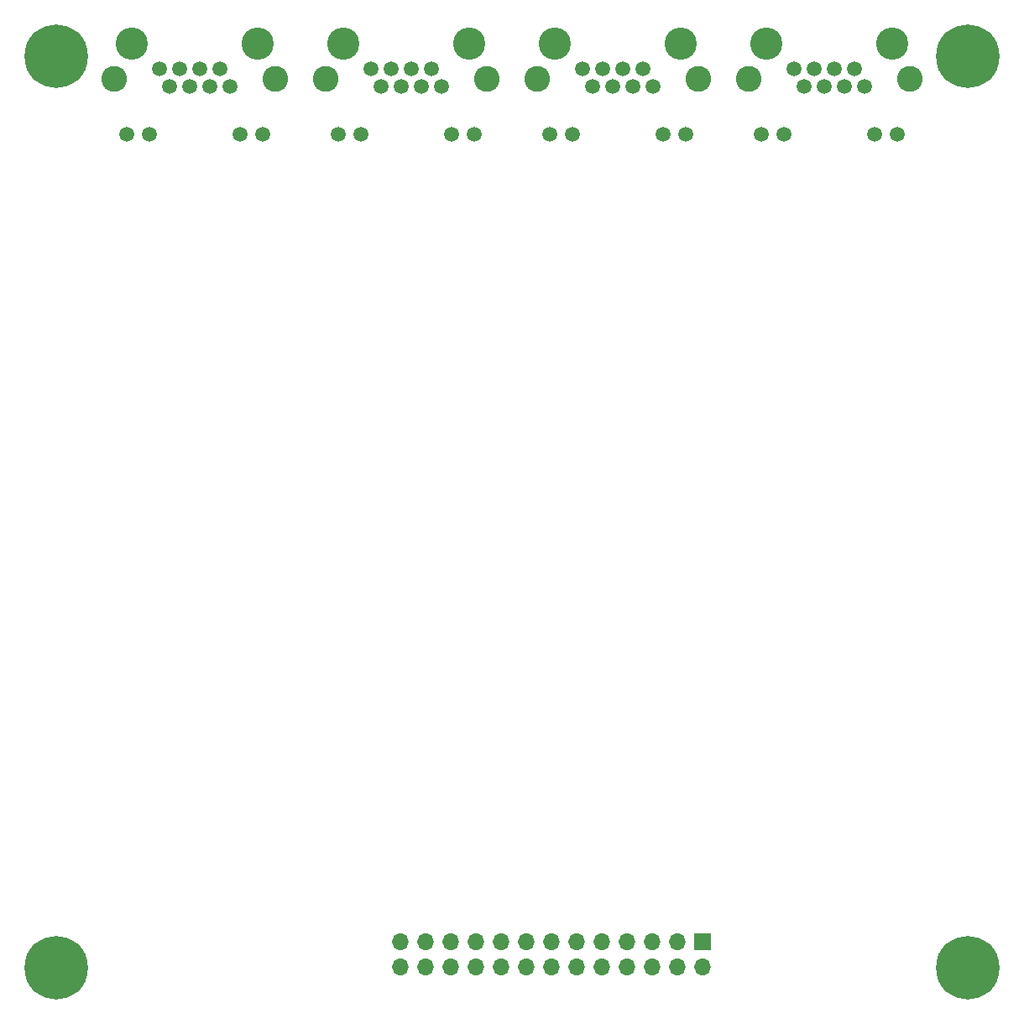
<source format=gbs>
G04 #@! TF.GenerationSoftware,KiCad,Pcbnew,8.0.4*
G04 #@! TF.CreationDate,2024-08-29T22:42:44+03:00*
G04 #@! TF.ProjectId,rioctrl-stepdir4,72696f63-7472-46c2-9d73-746570646972,rev?*
G04 #@! TF.SameCoordinates,Original*
G04 #@! TF.FileFunction,Soldermask,Bot*
G04 #@! TF.FilePolarity,Negative*
%FSLAX46Y46*%
G04 Gerber Fmt 4.6, Leading zero omitted, Abs format (unit mm)*
G04 Created by KiCad (PCBNEW 8.0.4) date 2024-08-29 22:42:44*
%MOMM*%
%LPD*%
G01*
G04 APERTURE LIST*
%ADD10R,1.700000X1.700000*%
%ADD11O,1.700000X1.700000*%
%ADD12C,3.250000*%
%ADD13C,1.500000*%
%ADD14C,2.600000*%
%ADD15C,0.800000*%
%ADD16C,6.400000*%
G04 APERTURE END LIST*
D10*
G04 #@! TO.C,J1*
X144225000Y-148350000D03*
D11*
X144225000Y-150890000D03*
X141685000Y-148350000D03*
X141685000Y-150890000D03*
X139145000Y-148350000D03*
X139145000Y-150890000D03*
X136605000Y-148350000D03*
X136605000Y-150890000D03*
X134065000Y-148350000D03*
X134065000Y-150890000D03*
X131525000Y-148350000D03*
X131525000Y-150890000D03*
X128985000Y-148350000D03*
X128985000Y-150890000D03*
X126445000Y-148350000D03*
X126445000Y-150890000D03*
X123905000Y-148350000D03*
X123905000Y-150890000D03*
X121365000Y-148350000D03*
X121365000Y-150890000D03*
X118825000Y-148350000D03*
X118825000Y-150890000D03*
X116285000Y-148350000D03*
X116285000Y-150890000D03*
X113745000Y-148350000D03*
X113745000Y-150890000D03*
G04 #@! TD*
D12*
G04 #@! TO.C,J2*
X163350000Y-57750000D03*
X150650000Y-57750000D03*
D13*
X153430000Y-60290000D03*
X154450000Y-62070000D03*
X155470000Y-60290000D03*
X156490000Y-62070000D03*
X157510000Y-60290000D03*
X158530000Y-62070000D03*
X159550000Y-60290000D03*
X160570000Y-62070000D03*
X150140000Y-66880000D03*
X152430000Y-66880000D03*
X161570000Y-66880000D03*
X163860000Y-66880000D03*
D14*
X165130000Y-61310000D03*
X148870000Y-61310000D03*
G04 #@! TD*
D15*
G04 #@! TO.C,H4*
X76600000Y-151000000D03*
X77302944Y-149302944D03*
X77302944Y-152697056D03*
X79000000Y-148600000D03*
D16*
X79000000Y-151000000D03*
D15*
X79000000Y-153400000D03*
X80697056Y-149302944D03*
X80697056Y-152697056D03*
X81400000Y-151000000D03*
G04 #@! TD*
G04 #@! TO.C,H2*
X168600000Y-59000000D03*
X169302944Y-57302944D03*
X169302944Y-60697056D03*
X171000000Y-56600000D03*
D16*
X171000000Y-59000000D03*
D15*
X171000000Y-61400000D03*
X172697056Y-57302944D03*
X172697056Y-60697056D03*
X173400000Y-59000000D03*
G04 #@! TD*
D12*
G04 #@! TO.C,J4*
X120683333Y-57750000D03*
X107983333Y-57750000D03*
D13*
X110763333Y-60290000D03*
X111783333Y-62070000D03*
X112803333Y-60290000D03*
X113823333Y-62070000D03*
X114843333Y-60290000D03*
X115863333Y-62070000D03*
X116883333Y-60290000D03*
X117903333Y-62070000D03*
X107473333Y-66880000D03*
X109763333Y-66880000D03*
X118903333Y-66880000D03*
X121193333Y-66880000D03*
D14*
X122463333Y-61310000D03*
X106203333Y-61310000D03*
G04 #@! TD*
D12*
G04 #@! TO.C,J3*
X142016666Y-57750000D03*
X129316666Y-57750000D03*
D13*
X132096666Y-60290000D03*
X133116666Y-62070000D03*
X134136666Y-60290000D03*
X135156666Y-62070000D03*
X136176666Y-60290000D03*
X137196666Y-62070000D03*
X138216666Y-60290000D03*
X139236666Y-62070000D03*
X128806666Y-66880000D03*
X131096666Y-66880000D03*
X140236666Y-66880000D03*
X142526666Y-66880000D03*
D14*
X143796666Y-61310000D03*
X127536666Y-61310000D03*
G04 #@! TD*
D15*
G04 #@! TO.C,H1*
X76600000Y-59000000D03*
X77302944Y-57302944D03*
X77302944Y-60697056D03*
X79000000Y-56600000D03*
D16*
X79000000Y-59000000D03*
D15*
X79000000Y-61400000D03*
X80697056Y-57302944D03*
X80697056Y-60697056D03*
X81400000Y-59000000D03*
G04 #@! TD*
G04 #@! TO.C,H3*
X168600000Y-151000000D03*
X169302944Y-149302944D03*
X169302944Y-152697056D03*
X171000000Y-148600000D03*
D16*
X171000000Y-151000000D03*
D15*
X171000000Y-153400000D03*
X172697056Y-149302944D03*
X172697056Y-152697056D03*
X173400000Y-151000000D03*
G04 #@! TD*
D12*
G04 #@! TO.C,J5*
X99350000Y-57750000D03*
X86650000Y-57750000D03*
D13*
X89430000Y-60290000D03*
X90450000Y-62070000D03*
X91470000Y-60290000D03*
X92490000Y-62070000D03*
X93510000Y-60290000D03*
X94530000Y-62070000D03*
X95550000Y-60290000D03*
X96570000Y-62070000D03*
X86140000Y-66880000D03*
X88430000Y-66880000D03*
X97570000Y-66880000D03*
X99860000Y-66880000D03*
D14*
X101130000Y-61310000D03*
X84870000Y-61310000D03*
G04 #@! TD*
M02*

</source>
